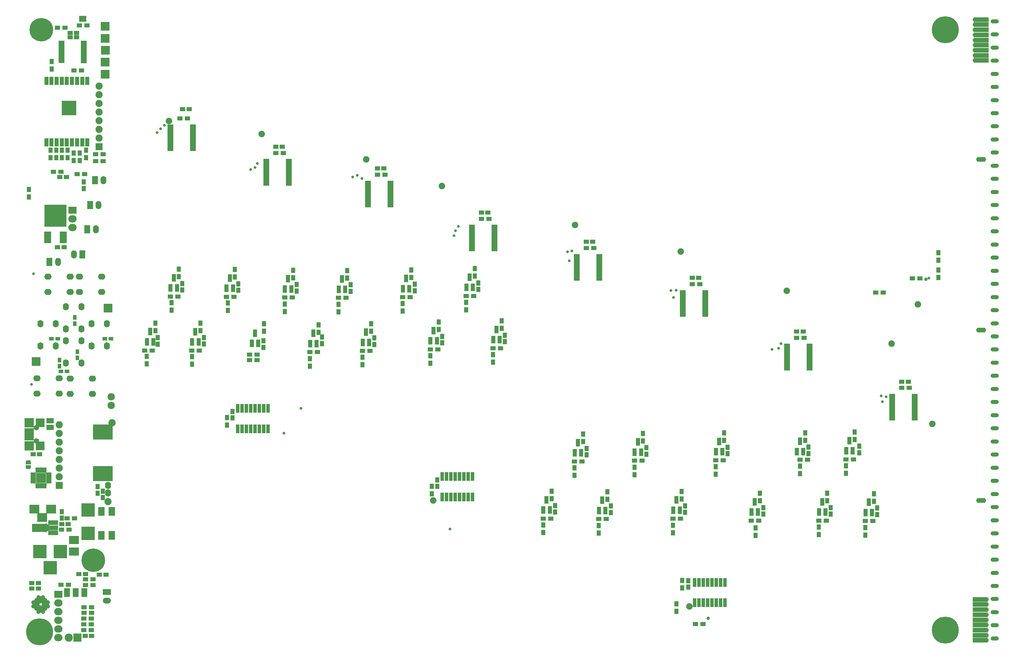
<source format=gts>
G04 #@! TF.GenerationSoftware,KiCad,Pcbnew,no-vcs-found-23590d8~58~ubuntu14.04.1*
G04 #@! TF.CreationDate,2017-04-11T13:57:34+09:00*
G04 #@! TF.ProjectId,dotmatrix_64x48,646F746D61747269785F36347834382E,rev?*
G04 #@! TF.FileFunction,Soldermask,Top*
G04 #@! TF.FilePolarity,Negative*
%FSLAX46Y46*%
G04 Gerber Fmt 4.6, Leading zero omitted, Abs format (unit mm)*
G04 Created by KiCad (PCBNEW no-vcs-found-23590d8~58~ubuntu14.04.1) date Tue Apr 11 13:57:34 2017*
%MOMM*%
%LPD*%
G01*
G04 APERTURE LIST*
%ADD10C,0.100000*%
%ADD11C,0.800000*%
%ADD12C,1.000000*%
%ADD13R,2.400000X0.700000*%
%ADD14R,3.400000X1.400000*%
%ADD15O,2.900000X1.400000*%
%ADD16R,1.600000X1.150000*%
%ADD17R,1.300000X1.600000*%
%ADD18R,1.600000X1.300000*%
%ADD19C,1.900000*%
%ADD20R,1.150000X1.600000*%
%ADD21R,2.800000X3.600000*%
%ADD22R,2.600000X2.600000*%
%ADD23R,2.800000X2.800000*%
%ADD24C,1.600000*%
%ADD25R,2.100000X2.100000*%
%ADD26O,2.100000X2.100000*%
%ADD27R,1.800000X0.715000*%
%ADD28O,2.400000X1.250000*%
%ADD29R,2.900000X2.900000*%
%ADD30R,1.600000X0.650000*%
%ADD31R,0.650000X1.600000*%
%ADD32C,2.152400*%
%ADD33O,2.152400X2.152400*%
%ADD34O,1.752400X2.152400*%
%ADD35O,2.052400X2.152400*%
%ADD36R,2.900000X2.400000*%
%ADD37R,2.635200X2.635200*%
%ADD38R,1.200000X1.100000*%
%ADD39R,1.500000X0.900000*%
%ADD40R,5.800040X4.400000*%
%ADD41O,2.152400X1.752400*%
%ADD42R,0.900000X1.300000*%
%ADD43R,0.800000X1.700000*%
%ADD44R,1.000000X0.700000*%
%ADD45R,1.500000X0.700000*%
%ADD46R,2.900000X2.600000*%
%ADD47O,2.400000X1.700000*%
%ADD48R,2.400000X1.700000*%
%ADD49C,1.800000*%
%ADD50C,7.900000*%
%ADD51C,1.400000*%
%ADD52C,6.900000*%
%ADD53R,3.900120X3.900120*%
%ADD54R,1.900000X2.599640*%
%ADD55R,1.000000X2.600000*%
%ADD56R,2.432000X2.127200*%
%ADD57O,2.432000X2.127200*%
%ADD58R,3.900000X3.900000*%
%ADD59R,1.200100X2.200860*%
%ADD60C,1.149300*%
%ADD61R,4.400500X2.398980*%
%ADD62R,2.901900X1.400760*%
%ADD63O,1.700000X2.400000*%
%ADD64R,1.700000X2.400000*%
%ADD65R,1.100000X1.400000*%
%ADD66R,1.400000X1.100000*%
%ADD67C,2.400000*%
%ADD68R,2.400000X2.400000*%
%ADD69R,2.051000X3.448000*%
%ADD70R,6.496000X6.496000*%
%ADD71C,1.200000*%
%ADD72C,1.142782*%
%ADD73R,1.676400X2.652400*%
%ADD74R,1.300000X2.400000*%
%ADD75R,4.200000X4.300000*%
G04 APERTURE END LIST*
D10*
D11*
X136825000Y-163400000D03*
X88125000Y-135225000D03*
X93100000Y-127975000D03*
D12*
X212525000Y-189575000D03*
D13*
X293500000Y-184000000D03*
X293500000Y-185500000D03*
X293500000Y-187000000D03*
X293500000Y-188500000D03*
X293500000Y-190000000D03*
X293500000Y-191500000D03*
X293500000Y-193000000D03*
X293500000Y-194500000D03*
D14*
X292750000Y-184000000D03*
X292750000Y-185500000D03*
X292750000Y-187000000D03*
X292750000Y-188500000D03*
X292750000Y-190000000D03*
X292750000Y-191500000D03*
X292750000Y-193000000D03*
X292750000Y-194500000D03*
X291750000Y-184000000D03*
X291750000Y-185500000D03*
X291750000Y-187000000D03*
X291750000Y-188500000D03*
X291750000Y-190000000D03*
X291750000Y-191500000D03*
X291750000Y-193000000D03*
X291750000Y-194500000D03*
X291750000Y-196000000D03*
D13*
X293500000Y-196000000D03*
D14*
X292750000Y-196000000D03*
D13*
X291250000Y-26000000D03*
X291250000Y-24500000D03*
X291250000Y-23000000D03*
X291250000Y-21500000D03*
X291250000Y-20000000D03*
X291250000Y-18500000D03*
X291250000Y-17000000D03*
X291250000Y-15500000D03*
D14*
X292000000Y-26000000D03*
X292000000Y-24500000D03*
X292000000Y-23000000D03*
X292000000Y-21500000D03*
X292000000Y-20000000D03*
X292000000Y-18500000D03*
X292000000Y-17000000D03*
X292000000Y-15500000D03*
X293000000Y-26000000D03*
X293000000Y-24500000D03*
X293000000Y-23000000D03*
X293000000Y-21500000D03*
X293000000Y-20000000D03*
X293000000Y-18500000D03*
X293000000Y-17000000D03*
X293000000Y-15500000D03*
X293000000Y-14000000D03*
D13*
X291250000Y-14000000D03*
D14*
X292000000Y-14000000D03*
D11*
X14725000Y-88500000D03*
X14175000Y-120925000D03*
X231225000Y-110725000D03*
X50975000Y-47125000D03*
X51975000Y-46050000D03*
X53075000Y-45025000D03*
X78400000Y-57925000D03*
X79650000Y-57375000D03*
X80325000Y-56150000D03*
X108300000Y-60200000D03*
X109675000Y-59650000D03*
X110975000Y-60625000D03*
X138025000Y-77325000D03*
X138425000Y-75925000D03*
X139300000Y-74675000D03*
X171750000Y-84725000D03*
X171250000Y-82100000D03*
X172575000Y-81875000D03*
X203125000Y-93375000D03*
X201575000Y-93450000D03*
X202350000Y-95475000D03*
X233175000Y-110400000D03*
X233875000Y-109050000D03*
X263550000Y-126025000D03*
X263200000Y-124350000D03*
X264625000Y-124600000D03*
D12*
X276375000Y-90150000D03*
D11*
X277225000Y-89825000D03*
D15*
X292500000Y-155000000D03*
X292500000Y-55000000D03*
X292500000Y-105000000D03*
D16*
X16540000Y-141420000D03*
X14640000Y-141420000D03*
D17*
X280000000Y-82340000D03*
X280000000Y-84540000D03*
X279980000Y-87410000D03*
X279980000Y-89610000D03*
D18*
X208810000Y-191200000D03*
X211010000Y-191200000D03*
D17*
X203210000Y-187480000D03*
X203210000Y-185280000D03*
D18*
X261630000Y-94000000D03*
X263830000Y-94000000D03*
X274540000Y-89840000D03*
X272340000Y-89840000D03*
D17*
X71750000Y-99250000D03*
X71750000Y-97050000D03*
D19*
X112250000Y-55000000D03*
X204500000Y-82000000D03*
X81590000Y-47580000D03*
X173500000Y-74250000D03*
X54425000Y-43750000D03*
X278210000Y-132550000D03*
X134420000Y-62760000D03*
X266250000Y-109000000D03*
X274000000Y-97500000D03*
X235500000Y-93500000D03*
X207020000Y-186080000D03*
D17*
X204880000Y-178450000D03*
X204880000Y-180650000D03*
X131510000Y-153070000D03*
X131510000Y-150870000D03*
D19*
X131910000Y-155030000D03*
D20*
X19137790Y-131626770D03*
X19137790Y-133526770D03*
D21*
X13500000Y-135600000D03*
D22*
X16650000Y-139000000D03*
X16650000Y-132200000D03*
D23*
X13450000Y-139000000D03*
X13450000Y-132200000D03*
D24*
X15600000Y-137550000D03*
X15600000Y-133650000D03*
D25*
X33980000Y-51240000D03*
D26*
X33980000Y-48700000D03*
X33980000Y-46160000D03*
X33980000Y-43620000D03*
X33980000Y-41080000D03*
X33980000Y-38540000D03*
X33980000Y-36000000D03*
X33980000Y-33460000D03*
X22300000Y-132820000D03*
X22300000Y-135360000D03*
X22300000Y-137900000D03*
X22300000Y-140440000D03*
X22300000Y-142980000D03*
X22300000Y-145520000D03*
X22300000Y-148060000D03*
D25*
X22300000Y-150600000D03*
D18*
X23990000Y-16380000D03*
X21790000Y-16380000D03*
D27*
X29500000Y-25750000D03*
X29500000Y-25075000D03*
X29500000Y-26450000D03*
X29500000Y-24425000D03*
X22900000Y-26375000D03*
X29500000Y-23775000D03*
X22900000Y-25725000D03*
X29500000Y-23125000D03*
X22900000Y-25075000D03*
X29500000Y-22475000D03*
X22900000Y-24425000D03*
X29500000Y-21825000D03*
X22900000Y-23775000D03*
X29500000Y-21175000D03*
X22900000Y-23125000D03*
X29500000Y-20525000D03*
X22900000Y-22475000D03*
X22900000Y-21825000D03*
X22900000Y-21175000D03*
X22900000Y-20525000D03*
X266450000Y-131225000D03*
X273050000Y-131225000D03*
X266450000Y-130575000D03*
X273050000Y-130575000D03*
X266450000Y-129925000D03*
X273050000Y-129925000D03*
X266450000Y-129275000D03*
X273050000Y-129275000D03*
X266450000Y-128625000D03*
X273050000Y-128625000D03*
X266450000Y-127975000D03*
X273050000Y-127975000D03*
X266450000Y-127325000D03*
X273050000Y-127325000D03*
X266450000Y-126675000D03*
X273050000Y-126675000D03*
X266450000Y-126025000D03*
X273050000Y-126025000D03*
X266450000Y-125375000D03*
X273050000Y-125375000D03*
X266450000Y-124725000D03*
X273050000Y-124725000D03*
X266450000Y-124075000D03*
X273050000Y-124075000D03*
X235650000Y-116525000D03*
X242250000Y-116525000D03*
X235650000Y-115875000D03*
X242250000Y-115875000D03*
X235650000Y-115225000D03*
X242250000Y-115225000D03*
X235650000Y-114575000D03*
X242250000Y-114575000D03*
X235650000Y-113925000D03*
X242250000Y-113925000D03*
X235650000Y-113275000D03*
X242250000Y-113275000D03*
X235650000Y-112625000D03*
X242250000Y-112625000D03*
X235650000Y-111975000D03*
X242250000Y-111975000D03*
X235650000Y-111325000D03*
X242250000Y-111325000D03*
X235650000Y-110675000D03*
X242250000Y-110675000D03*
X235650000Y-110025000D03*
X242250000Y-110025000D03*
X235650000Y-109375000D03*
X242250000Y-109375000D03*
X205050000Y-100825000D03*
X211650000Y-100825000D03*
X205050000Y-100175000D03*
X211650000Y-100175000D03*
X205050000Y-99525000D03*
X211650000Y-99525000D03*
X205050000Y-98875000D03*
X211650000Y-98875000D03*
X205050000Y-98225000D03*
X211650000Y-98225000D03*
X205050000Y-97575000D03*
X211650000Y-97575000D03*
X205050000Y-96925000D03*
X211650000Y-96925000D03*
X205050000Y-96275000D03*
X211650000Y-96275000D03*
X205050000Y-95625000D03*
X211650000Y-95625000D03*
X205050000Y-94975000D03*
X211650000Y-94975000D03*
X205050000Y-94325000D03*
X211650000Y-94325000D03*
X205050000Y-93675000D03*
X211650000Y-93675000D03*
X173950000Y-90225000D03*
X180550000Y-90225000D03*
X173950000Y-89575000D03*
X180550000Y-89575000D03*
X173950000Y-88925000D03*
X180550000Y-88925000D03*
X173950000Y-88275000D03*
X180550000Y-88275000D03*
X173950000Y-87625000D03*
X180550000Y-87625000D03*
X173950000Y-86975000D03*
X180550000Y-86975000D03*
X173950000Y-86325000D03*
X180550000Y-86325000D03*
X173950000Y-85675000D03*
X180550000Y-85675000D03*
X173950000Y-85025000D03*
X180550000Y-85025000D03*
X173950000Y-84375000D03*
X180550000Y-84375000D03*
X173950000Y-83725000D03*
X180550000Y-83725000D03*
X173950000Y-83075000D03*
X180550000Y-83075000D03*
X143250000Y-81625000D03*
X149850000Y-81625000D03*
X143250000Y-80975000D03*
X149850000Y-80975000D03*
X143250000Y-80325000D03*
X149850000Y-80325000D03*
X143250000Y-79675000D03*
X149850000Y-79675000D03*
X143250000Y-79025000D03*
X149850000Y-79025000D03*
X143250000Y-78375000D03*
X149850000Y-78375000D03*
X143250000Y-77725000D03*
X149850000Y-77725000D03*
X143250000Y-77075000D03*
X149850000Y-77075000D03*
X143250000Y-76425000D03*
X149850000Y-76425000D03*
X143250000Y-75775000D03*
X149850000Y-75775000D03*
X143250000Y-75125000D03*
X149850000Y-75125000D03*
X143250000Y-74475000D03*
X149850000Y-74475000D03*
X112750000Y-68725000D03*
X119350000Y-68725000D03*
X112750000Y-68075000D03*
X119350000Y-68075000D03*
X112750000Y-67425000D03*
X119350000Y-67425000D03*
X112750000Y-66775000D03*
X119350000Y-66775000D03*
X112750000Y-66125000D03*
X119350000Y-66125000D03*
X112750000Y-65475000D03*
X119350000Y-65475000D03*
X112750000Y-64825000D03*
X119350000Y-64825000D03*
X112750000Y-64175000D03*
X119350000Y-64175000D03*
X112750000Y-63525000D03*
X119350000Y-63525000D03*
X112750000Y-62875000D03*
X119350000Y-62875000D03*
X112750000Y-62225000D03*
X119350000Y-62225000D03*
X112750000Y-61575000D03*
X119350000Y-61575000D03*
X82950000Y-62325000D03*
X89550000Y-62325000D03*
X82950000Y-61675000D03*
X89550000Y-61675000D03*
X82950000Y-61025000D03*
X89550000Y-61025000D03*
X82950000Y-60375000D03*
X89550000Y-60375000D03*
X82950000Y-59725000D03*
X89550000Y-59725000D03*
X82950000Y-59075000D03*
X89550000Y-59075000D03*
X82950000Y-58425000D03*
X89550000Y-58425000D03*
X82950000Y-57775000D03*
X89550000Y-57775000D03*
X82950000Y-57125000D03*
X89550000Y-57125000D03*
X82950000Y-56475000D03*
X89550000Y-56475000D03*
X82950000Y-55825000D03*
X89550000Y-55825000D03*
X82950000Y-55175000D03*
X89550000Y-55175000D03*
X54850000Y-52225000D03*
X61450000Y-52225000D03*
X54850000Y-51575000D03*
X61450000Y-51575000D03*
X54850000Y-50925000D03*
X61450000Y-50925000D03*
X54850000Y-50275000D03*
X61450000Y-50275000D03*
X54850000Y-49625000D03*
X61450000Y-49625000D03*
X54850000Y-48975000D03*
X61450000Y-48975000D03*
X54850000Y-48325000D03*
X61450000Y-48325000D03*
X54850000Y-47675000D03*
X61450000Y-47675000D03*
X54850000Y-47025000D03*
X61450000Y-47025000D03*
X54850000Y-46375000D03*
X61450000Y-46375000D03*
X54850000Y-45725000D03*
X61450000Y-45725000D03*
X54850000Y-45075000D03*
X61450000Y-45075000D03*
D28*
X296500000Y-195450000D03*
X296500000Y-191600000D03*
X296500000Y-187750000D03*
X296500000Y-183900000D03*
X296500000Y-180050000D03*
X296500000Y-176200000D03*
X296500000Y-172350000D03*
X296500000Y-168500000D03*
X296500000Y-164650000D03*
X296500000Y-160800000D03*
X296500000Y-156950000D03*
X296500000Y-153100000D03*
X296500000Y-149250000D03*
X296500000Y-145400000D03*
X296500000Y-141550000D03*
X296500000Y-137700000D03*
X296500000Y-133850000D03*
X296500000Y-130000000D03*
X296500000Y-126150000D03*
X296500000Y-122300000D03*
X296500000Y-118450000D03*
X296500000Y-114600000D03*
X296500000Y-110750000D03*
X296500000Y-106900000D03*
X296500000Y-103050000D03*
X296500000Y-99200000D03*
X296500000Y-95350000D03*
X296500000Y-91500000D03*
X296500000Y-87650000D03*
X296500000Y-83800000D03*
X296500000Y-79950000D03*
X296500000Y-76100000D03*
X296500000Y-72250000D03*
X296500000Y-68400000D03*
X296500000Y-64550000D03*
X296500000Y-60700000D03*
X296500000Y-56850000D03*
X296500000Y-53000000D03*
X296500000Y-49150000D03*
X296500000Y-45300000D03*
X296500000Y-41450000D03*
X296500000Y-37600000D03*
X296500000Y-33750000D03*
X296500000Y-29900000D03*
X296500000Y-26050000D03*
X296500000Y-22200000D03*
X296500000Y-18350000D03*
X296500000Y-14500000D03*
D20*
X20087790Y-133526770D03*
X20087790Y-131626770D03*
D29*
X16910000Y-148370000D03*
D30*
X19210000Y-147120000D03*
X19210000Y-147620000D03*
X19210000Y-148120000D03*
X19210000Y-148620000D03*
X19210000Y-149120000D03*
X19210000Y-149620000D03*
D31*
X18160000Y-150670000D03*
X17660000Y-150670000D03*
X17160000Y-150670000D03*
X16660000Y-150670000D03*
X16160000Y-150670000D03*
X15660000Y-150670000D03*
D30*
X14610000Y-149620000D03*
X14610000Y-149120000D03*
X14610000Y-148620000D03*
X14610000Y-148120000D03*
X14610000Y-147620000D03*
X14610000Y-147120000D03*
D31*
X15660000Y-146070000D03*
X16160000Y-146070000D03*
X16660000Y-146070000D03*
X17160000Y-146070000D03*
X17660000Y-146070000D03*
X18160000Y-146070000D03*
D32*
X37475000Y-124590000D03*
D33*
X37800000Y-132205000D03*
D32*
X37500000Y-127125000D03*
D34*
X36575000Y-150545000D03*
D35*
X36575000Y-155325000D03*
D34*
X36575000Y-152785000D03*
D36*
X26625000Y-166600000D03*
X26625000Y-170000000D03*
D37*
X35800000Y-23000000D03*
D38*
X13200000Y-143750000D03*
D39*
X13200000Y-143950000D03*
X13200000Y-145050000D03*
D38*
X13200000Y-145250000D03*
D40*
X35075000Y-147100000D03*
X35075000Y-134900000D03*
D41*
X25500000Y-89400000D03*
X25500000Y-93900000D03*
X19000000Y-93900000D03*
X19000000Y-89400000D03*
X15750000Y-119200000D03*
X15750000Y-123700000D03*
X22250000Y-123700000D03*
X22250000Y-119200000D03*
D34*
X21250000Y-103200000D03*
X16750000Y-103200000D03*
X16750000Y-109700000D03*
X21250000Y-109700000D03*
X28751641Y-108209083D03*
X24251641Y-108209083D03*
X24251641Y-114709083D03*
X28751641Y-114709083D03*
X28751641Y-98209083D03*
X24251641Y-98209083D03*
X24251641Y-104709083D03*
X28751641Y-104709083D03*
X36250000Y-103200000D03*
X31750000Y-103200000D03*
X31750000Y-109700000D03*
X36250000Y-109700000D03*
D41*
X34700000Y-89400000D03*
X34700000Y-93900000D03*
X28200000Y-93900000D03*
X28200000Y-89400000D03*
X32010000Y-123720000D03*
X32010000Y-119220000D03*
X25510000Y-119220000D03*
X25510000Y-123720000D03*
D16*
X24375000Y-60200000D03*
X22475000Y-60200000D03*
X35950000Y-176750000D03*
X34050000Y-176750000D03*
D42*
X29730000Y-13750000D03*
D43*
X28430000Y-13750000D03*
D44*
X28930000Y-13750000D03*
D45*
X29430000Y-14250000D03*
X29430000Y-13250000D03*
D18*
X20600000Y-58600000D03*
X22800000Y-58600000D03*
X30420000Y-15750000D03*
X28220000Y-15750000D03*
D46*
X17300000Y-160000000D03*
X15000000Y-157500000D03*
X19900000Y-157500000D03*
D20*
X33525000Y-150950000D03*
X33525000Y-152850000D03*
X35025000Y-152250000D03*
X35025000Y-154150000D03*
D18*
X29950000Y-178100000D03*
X32150000Y-178100000D03*
X32150000Y-179800000D03*
X29950000Y-179800000D03*
D47*
X36250000Y-184350000D03*
D48*
X36250000Y-181850000D03*
D49*
X16500000Y-193500000D03*
D24*
X15000000Y-193500000D03*
X18000000Y-193500000D03*
X13500000Y-193500000D03*
X19500000Y-193500000D03*
D50*
X16500000Y-193500000D03*
D49*
X282000000Y-193000000D03*
D24*
X280400000Y-193275000D03*
X283550000Y-193475000D03*
X278950000Y-193200000D03*
X285050000Y-193250000D03*
D50*
X282000000Y-193000000D03*
D49*
X282000000Y-17000000D03*
D24*
X280400000Y-16725000D03*
X283525000Y-16925000D03*
X279000000Y-17000000D03*
X285000000Y-17000000D03*
D50*
X282000000Y-17000000D03*
D37*
X36600000Y-98600000D03*
D17*
X13350000Y-65975000D03*
X13350000Y-63775000D03*
D51*
X14500000Y-17000000D03*
X19500000Y-17000000D03*
X17000000Y-19500000D03*
X17000000Y-14500000D03*
D52*
X17000000Y-17000000D03*
D16*
X27375000Y-19150000D03*
X25475000Y-19150000D03*
X16150000Y-179200000D03*
X14250000Y-179200000D03*
D53*
X19601720Y-174699000D03*
X16601980Y-170000000D03*
X22601460Y-170000000D03*
D17*
X71490000Y-130680000D03*
X71490000Y-132880000D03*
D18*
X25175000Y-163575000D03*
X22975000Y-163575000D03*
D54*
X37650000Y-165273440D03*
X34650000Y-165273440D03*
X37650000Y-158175000D03*
X34650000Y-158175000D03*
D18*
X31700000Y-189625000D03*
X29500000Y-189625000D03*
X29500000Y-191300000D03*
X31700000Y-191300000D03*
X31700000Y-192975000D03*
X29500000Y-192975000D03*
D55*
X134555000Y-148000000D03*
X134555000Y-154000000D03*
X135825000Y-148000000D03*
X135825000Y-154000000D03*
X137095000Y-148000000D03*
X137095000Y-154000000D03*
X138365000Y-148000000D03*
X138365000Y-154000000D03*
X139635000Y-148000000D03*
X139635000Y-154000000D03*
X140905000Y-148000000D03*
X140905000Y-154000000D03*
X142175000Y-148000000D03*
X142175000Y-154000000D03*
X143445000Y-148000000D03*
X143445000Y-154000000D03*
D20*
X256799165Y-139101977D03*
X256799165Y-141001977D03*
X262077932Y-159112806D03*
X262077932Y-157212806D03*
D16*
X25475000Y-17925000D03*
X27375000Y-17925000D03*
X29850000Y-194675000D03*
X31750000Y-194675000D03*
D20*
X134531664Y-106892708D03*
X134531664Y-108792708D03*
D16*
X24925000Y-161925000D03*
X23025000Y-161925000D03*
D20*
X23000000Y-160150000D03*
X23000000Y-158250000D03*
X248432138Y-157089946D03*
X248432138Y-158989946D03*
X73090000Y-130800000D03*
X73090000Y-128900000D03*
X133070000Y-148940000D03*
X133070000Y-150840000D03*
X206700000Y-180400000D03*
X206700000Y-178500000D03*
X51150000Y-107250000D03*
X51150000Y-109150000D03*
X58300000Y-93300000D03*
X58300000Y-91400000D03*
X29500000Y-63525000D03*
X29500000Y-61625000D03*
D16*
X21775000Y-80775000D03*
X23675000Y-80775000D03*
D20*
X82100000Y-110100000D03*
X82100000Y-108200000D03*
X91860178Y-91684774D03*
X91860178Y-93584774D03*
D16*
X29950000Y-176600000D03*
X28050000Y-176600000D03*
X16150000Y-180800000D03*
X14250000Y-180800000D03*
D20*
X99290000Y-109000000D03*
X99290000Y-107100000D03*
X107651482Y-91784774D03*
X107651482Y-93684774D03*
X114675077Y-109234565D03*
X114675077Y-107334565D03*
X74768874Y-91484774D03*
X74768874Y-93384774D03*
X228660452Y-159004230D03*
X228660452Y-157104230D03*
X218204459Y-139390315D03*
X218204459Y-141290315D03*
X205722945Y-158462193D03*
X205722945Y-156562193D03*
X194404589Y-139529985D03*
X194404589Y-141429985D03*
X183941051Y-158535267D03*
X183941051Y-156635267D03*
X176827849Y-139750685D03*
X176827849Y-141650685D03*
X167631730Y-158397418D03*
X167631730Y-156497418D03*
X152939461Y-106549233D03*
X152939461Y-108449233D03*
X145098037Y-93125431D03*
X145098037Y-91225431D03*
X64667456Y-107234774D03*
X64667456Y-109134774D03*
X241921708Y-141242902D03*
X241921708Y-139342902D03*
X126464225Y-91586615D03*
X126464225Y-93486615D03*
D37*
X35750000Y-30000000D03*
X15500000Y-114250000D03*
X35750000Y-26500000D03*
X35750000Y-19500000D03*
X35750000Y-16000000D03*
D56*
X26200000Y-69910000D03*
D57*
X26200000Y-72450000D03*
X26200000Y-74990000D03*
D18*
X113375089Y-111134565D03*
X111175089Y-111134565D03*
D17*
X204722957Y-152362193D03*
X204722957Y-154562193D03*
X227660464Y-155104230D03*
X227660464Y-152904230D03*
X240921720Y-135142902D03*
X240921720Y-137342902D03*
X247432150Y-155089946D03*
X247432150Y-152889946D03*
X244932150Y-162789946D03*
X244932150Y-164989946D03*
D18*
X125164237Y-95386615D03*
X122964237Y-95386615D03*
D17*
X180441063Y-162335267D03*
X180441063Y-164535267D03*
D18*
X29725000Y-59300000D03*
X27525000Y-59300000D03*
D17*
X164131742Y-162197418D03*
X164131742Y-164397418D03*
X149439473Y-114449233D03*
X149439473Y-112249233D03*
X141598049Y-96925431D03*
X141598049Y-99125431D03*
X122964237Y-99486615D03*
X122964237Y-97286615D03*
X217204471Y-135190315D03*
X217204471Y-137390315D03*
X193404601Y-137529985D03*
X193404601Y-135329985D03*
D18*
X258577944Y-161012806D03*
X260777944Y-161012806D03*
D17*
X226400000Y-165250000D03*
X226400000Y-163050000D03*
X239421720Y-144932902D03*
X239421720Y-147132902D03*
X255410399Y-137147681D03*
X255410399Y-134947681D03*
X252910399Y-144847681D03*
X252910399Y-147047681D03*
X258577944Y-165112806D03*
X258577944Y-162912806D03*
D18*
X190904601Y-143329985D03*
X193104601Y-143329985D03*
X204422957Y-160362193D03*
X202222957Y-160362193D03*
X214704471Y-143190315D03*
X216904471Y-143190315D03*
X241621720Y-143032902D03*
X239421720Y-143032902D03*
X244932150Y-160889946D03*
X247132150Y-160889946D03*
D17*
X131031676Y-112592708D03*
X131031676Y-114792708D03*
X133531676Y-104892708D03*
X133531676Y-102692708D03*
X173327861Y-145450685D03*
X173327861Y-147650685D03*
D18*
X143798049Y-95025431D03*
X141598049Y-95025431D03*
X149439473Y-110349233D03*
X151639473Y-110349233D03*
X166331742Y-160297418D03*
X164131742Y-160297418D03*
X173327861Y-143550685D03*
X175527861Y-143550685D03*
X182641063Y-160435267D03*
X180441063Y-160435267D03*
D17*
X73768886Y-87284774D03*
X73768886Y-89484774D03*
D18*
X255110399Y-142947681D03*
X252910399Y-142947681D03*
X71268886Y-95284774D03*
X73468886Y-95284774D03*
X80275000Y-112200000D03*
X78075000Y-112200000D03*
X88360190Y-95484774D03*
X90560190Y-95484774D03*
D17*
X125464237Y-89586615D03*
X125464237Y-87386615D03*
D18*
X97955842Y-111484774D03*
X95755842Y-111484774D03*
X104151494Y-95584774D03*
X106351494Y-95584774D03*
D17*
X50427546Y-105184774D03*
X50427546Y-102984774D03*
X57337311Y-87184774D03*
X57337311Y-89384774D03*
X63667468Y-105234774D03*
X63667468Y-103034774D03*
D18*
X131031676Y-110692708D03*
X133231676Y-110692708D03*
D17*
X82275000Y-105400000D03*
X82275000Y-103200000D03*
X90860190Y-87484774D03*
X90860190Y-89684774D03*
X98255842Y-105684774D03*
X98255842Y-103484774D03*
X106651494Y-87584774D03*
X106651494Y-89784774D03*
X111175089Y-115234565D03*
X111175089Y-113034565D03*
D18*
X35100000Y-55500000D03*
X32900000Y-55500000D03*
X29550000Y-186300000D03*
X31750000Y-186300000D03*
X24570000Y-160200000D03*
X26770000Y-160200000D03*
X61167468Y-111034774D03*
X63367468Y-111034774D03*
X22775000Y-179750000D03*
X24975000Y-179750000D03*
X54837311Y-95184774D03*
X57037311Y-95184774D03*
X35100000Y-53500000D03*
X32900000Y-53500000D03*
D17*
X104151494Y-97484774D03*
X104151494Y-99684774D03*
X95755842Y-115584774D03*
X95755842Y-113384774D03*
X88360190Y-97384774D03*
X88360190Y-99584774D03*
D18*
X78025000Y-113850000D03*
X80225000Y-113850000D03*
D17*
X61250000Y-112850000D03*
X61250000Y-115050000D03*
X55170000Y-99220000D03*
X55170000Y-97020000D03*
X47910000Y-112720000D03*
X47910000Y-114920000D03*
D18*
X29525000Y-187925000D03*
X31725000Y-187925000D03*
X227360464Y-160904230D03*
X225160464Y-160904230D03*
X47350000Y-111025000D03*
X49550000Y-111025000D03*
D17*
X151939473Y-104549233D03*
X151939473Y-102349233D03*
X166631742Y-152297418D03*
X166631742Y-154497418D03*
X175827861Y-137750685D03*
X175827861Y-135550685D03*
X182941063Y-152435267D03*
X182941063Y-154635267D03*
X190904601Y-147429985D03*
X190904601Y-145229985D03*
X202222957Y-162262193D03*
X202222957Y-164462193D03*
X113675089Y-105334565D03*
X113675089Y-103134565D03*
X261077944Y-153012806D03*
X261077944Y-155212806D03*
X214704471Y-147290315D03*
X214704471Y-145090315D03*
X144098049Y-87025431D03*
X144098049Y-89225431D03*
D58*
X30750000Y-157796400D03*
X30750000Y-164603600D03*
D59*
X123014237Y-92888895D03*
X124914237Y-92888895D03*
X123964237Y-89886615D03*
X132031676Y-105192708D03*
X132981676Y-108194988D03*
X131081676Y-108194988D03*
X111225089Y-108636845D03*
X113125089Y-108636845D03*
X112175089Y-105634565D03*
X105151494Y-90084774D03*
X106101494Y-93087054D03*
X104201494Y-93087054D03*
X95805842Y-108987054D03*
X97705842Y-108987054D03*
X96755842Y-105984774D03*
X89360190Y-89984774D03*
X90310190Y-92987054D03*
X88410190Y-92987054D03*
X78700000Y-108951140D03*
X80600000Y-108951140D03*
X79650000Y-105948860D03*
X72268886Y-89784774D03*
X73218886Y-92787054D03*
X71318886Y-92787054D03*
X61217468Y-108537054D03*
X63117468Y-108537054D03*
X62167468Y-105534774D03*
X55837311Y-89684774D03*
X56787311Y-92687054D03*
X54887311Y-92687054D03*
X48927546Y-105484774D03*
X49877546Y-108487054D03*
X47977546Y-108487054D03*
X165131742Y-154797418D03*
X166081742Y-157799698D03*
X164181742Y-157799698D03*
X252960399Y-140449961D03*
X254860399Y-140449961D03*
X253910399Y-137447681D03*
X245932150Y-155389946D03*
X246882150Y-158392226D03*
X244982150Y-158392226D03*
X238471720Y-140645182D03*
X240371720Y-140645182D03*
X239421720Y-137642902D03*
X226160464Y-155404230D03*
X227110464Y-158406510D03*
X225210464Y-158406510D03*
X214754471Y-140692595D03*
X216654471Y-140692595D03*
X215704471Y-137690315D03*
X203222957Y-154862193D03*
X204172957Y-157864473D03*
X202272957Y-157864473D03*
X190954601Y-140832265D03*
X192854601Y-140832265D03*
X191904601Y-137829985D03*
X181441063Y-154935267D03*
X182391063Y-157937547D03*
X180491063Y-157937547D03*
X173377861Y-141052965D03*
X175277861Y-141052965D03*
X174327861Y-138050685D03*
X150439473Y-104849233D03*
X151389473Y-107851513D03*
X149489473Y-107851513D03*
X141648049Y-92527711D03*
X143548049Y-92527711D03*
X142598049Y-89525431D03*
X259577944Y-155512806D03*
X260527944Y-158515086D03*
X258627944Y-158515086D03*
D60*
X18849500Y-163000000D03*
D10*
G36*
X18274850Y-161625185D02*
X19424150Y-162392683D01*
X19424150Y-163607317D01*
X18274850Y-164374815D01*
X18274850Y-161625185D01*
X18274850Y-161625185D01*
G37*
D61*
X16500000Y-163000000D03*
D62*
X20452240Y-161498860D03*
X20452240Y-163000000D03*
X20452240Y-164501140D03*
D63*
X33000000Y-75500000D03*
D64*
X30500000Y-75500000D03*
X29050000Y-82850000D03*
D63*
X26550000Y-82850000D03*
X33800000Y-68350000D03*
D64*
X31300000Y-68350000D03*
X19400000Y-85025000D03*
D63*
X21900000Y-85025000D03*
X35230000Y-61090000D03*
D64*
X32730000Y-61090000D03*
D65*
X22325000Y-113800000D03*
X22325000Y-115600000D03*
D66*
X20000000Y-107600000D03*
X21800000Y-107600000D03*
X24575000Y-117125000D03*
X22775000Y-117125000D03*
D65*
X27575000Y-113150000D03*
X27575000Y-111350000D03*
X26825000Y-101350000D03*
X26825000Y-103150000D03*
D66*
X35625000Y-107575000D03*
X37425000Y-107575000D03*
D55*
X217445000Y-185000000D03*
X217445000Y-179000000D03*
X216175000Y-185000000D03*
X216175000Y-179000000D03*
X214905000Y-185000000D03*
X214905000Y-179000000D03*
X213635000Y-185000000D03*
X213635000Y-179000000D03*
X212365000Y-185000000D03*
X212365000Y-179000000D03*
X211095000Y-185000000D03*
X211095000Y-179000000D03*
X209825000Y-185000000D03*
X209825000Y-179000000D03*
X208555000Y-185000000D03*
X208555000Y-179000000D03*
X83445000Y-134000000D03*
X83445000Y-128000000D03*
X82175000Y-134000000D03*
X82175000Y-128000000D03*
X80905000Y-134000000D03*
X80905000Y-128000000D03*
X79635000Y-134000000D03*
X79635000Y-128000000D03*
X78365000Y-134000000D03*
X78365000Y-128000000D03*
X77095000Y-134000000D03*
X77095000Y-128000000D03*
X75825000Y-134000000D03*
X75825000Y-128000000D03*
X74555000Y-134000000D03*
X74555000Y-128000000D03*
D18*
X271450000Y-122000000D03*
X269250000Y-122000000D03*
D16*
X269250000Y-120150000D03*
X271150000Y-120150000D03*
D18*
X238450000Y-107300000D03*
X240650000Y-107300000D03*
D16*
X240350000Y-105450000D03*
X238450000Y-105450000D03*
D18*
X210050000Y-91600000D03*
X207850000Y-91600000D03*
D16*
X207850000Y-89750000D03*
X209750000Y-89750000D03*
D18*
X176750000Y-81000000D03*
X178950000Y-81000000D03*
D16*
X178650000Y-79150000D03*
X176750000Y-79150000D03*
D18*
X146050000Y-72400000D03*
X148250000Y-72400000D03*
D16*
X147950000Y-70550000D03*
X146050000Y-70550000D03*
D18*
X117750000Y-59500000D03*
X115550000Y-59500000D03*
D16*
X115550000Y-57650000D03*
X117450000Y-57650000D03*
D18*
X85750000Y-53100000D03*
X87950000Y-53100000D03*
D16*
X87650000Y-51250000D03*
X85750000Y-51250000D03*
D18*
X57650000Y-43000000D03*
X59850000Y-43000000D03*
D51*
X29750000Y-172500000D03*
X34750000Y-172500000D03*
X32250000Y-175000000D03*
X32250000Y-170000000D03*
D52*
X32250000Y-172500000D03*
D16*
X60350000Y-40300000D03*
X58450000Y-40300000D03*
D67*
X25060000Y-195200000D03*
D68*
X27600000Y-195200000D03*
D17*
X19750000Y-54500000D03*
X19750000Y-52300000D03*
X20050000Y-26300000D03*
X20050000Y-28500000D03*
D18*
X26600000Y-28960000D03*
X28800000Y-28960000D03*
D17*
X28300000Y-55300000D03*
X28300000Y-53100000D03*
X26500000Y-53100000D03*
X26500000Y-55300000D03*
X30100000Y-54500000D03*
X30100000Y-52300000D03*
X23050000Y-54500000D03*
X23050000Y-52300000D03*
X21400000Y-52300000D03*
X21400000Y-54500000D03*
X24700000Y-54500000D03*
X24700000Y-52300000D03*
D69*
X23436000Y-77900000D03*
D70*
X21150000Y-71550000D03*
D69*
X18864000Y-77900000D03*
D56*
X22000000Y-182500000D03*
D57*
X22000000Y-185040000D03*
X22000000Y-187580000D03*
X22000000Y-190120000D03*
X22000000Y-192660000D03*
X22000000Y-195200000D03*
D71*
X17500000Y-187675000D03*
X16200000Y-187675000D03*
X17500000Y-183325000D03*
X16200000Y-183325000D03*
X18950000Y-186075000D03*
X18950000Y-184875000D03*
X14650000Y-184875000D03*
X14650000Y-186075000D03*
D72*
X16352512Y-184274101D03*
D10*
G36*
X16908599Y-183015490D02*
X16933549Y-185061700D01*
X16498574Y-185241873D01*
X15069327Y-183777341D01*
X16908599Y-183015490D01*
X16908599Y-183015490D01*
G37*
D72*
X17347488Y-186676187D03*
D10*
G36*
X16791401Y-187934798D02*
X16766451Y-185888588D01*
X17201426Y-185708415D01*
X18630673Y-187172947D01*
X16791401Y-187934798D01*
X16791401Y-187934798D01*
G37*
D72*
X15648956Y-184977655D03*
D10*
G36*
X15152196Y-183694470D02*
X16616728Y-185123717D01*
X16436555Y-185558692D01*
X14390345Y-185533742D01*
X15152196Y-183694470D01*
X15152196Y-183694470D01*
G37*
D72*
X18051044Y-185972633D03*
D10*
G36*
X18547804Y-187255818D02*
X17083272Y-185826571D01*
X17263445Y-185391596D01*
X19309655Y-185416546D01*
X18547804Y-187255818D01*
X18547804Y-187255818D01*
G37*
D72*
X15648957Y-185972632D03*
D10*
G36*
X14390346Y-185416545D02*
X16436556Y-185391595D01*
X16616729Y-185826570D01*
X15152197Y-187255817D01*
X14390346Y-185416545D01*
X14390346Y-185416545D01*
G37*
D72*
X18051043Y-184977656D03*
D10*
G36*
X19309654Y-185533743D02*
X17263444Y-185558693D01*
X17083271Y-185123718D01*
X18547803Y-183694471D01*
X19309654Y-185533743D01*
X19309654Y-185533743D01*
G37*
D72*
X16352511Y-186676188D03*
D10*
G36*
X15069326Y-187172948D02*
X16498573Y-185708416D01*
X16933548Y-185888589D01*
X16908598Y-187934799D01*
X15069326Y-187172948D01*
X15069326Y-187172948D01*
G37*
D72*
X17347489Y-184274100D03*
D10*
G36*
X18630674Y-183777340D02*
X17201427Y-185241872D01*
X16766452Y-185061699D01*
X16791402Y-183015489D01*
X18630674Y-183777340D01*
X18630674Y-183777340D01*
G37*
D73*
X24560000Y-182000000D03*
X27100000Y-182000000D03*
X29640000Y-182000000D03*
D74*
X18500000Y-50000000D03*
X20000000Y-50000000D03*
X21500000Y-50000000D03*
X23000000Y-50000000D03*
X24500000Y-50000000D03*
X26000000Y-50000000D03*
X27500000Y-50000000D03*
X29000000Y-50000000D03*
X30500000Y-50000000D03*
X30500000Y-32000000D03*
X29000000Y-32000000D03*
X27500000Y-32000000D03*
X26000000Y-32000000D03*
X24500000Y-32000000D03*
X23000000Y-32000000D03*
X21500000Y-32000000D03*
X20000000Y-32000000D03*
X18500000Y-32000000D03*
D75*
X25132000Y-39934000D03*
M02*

</source>
